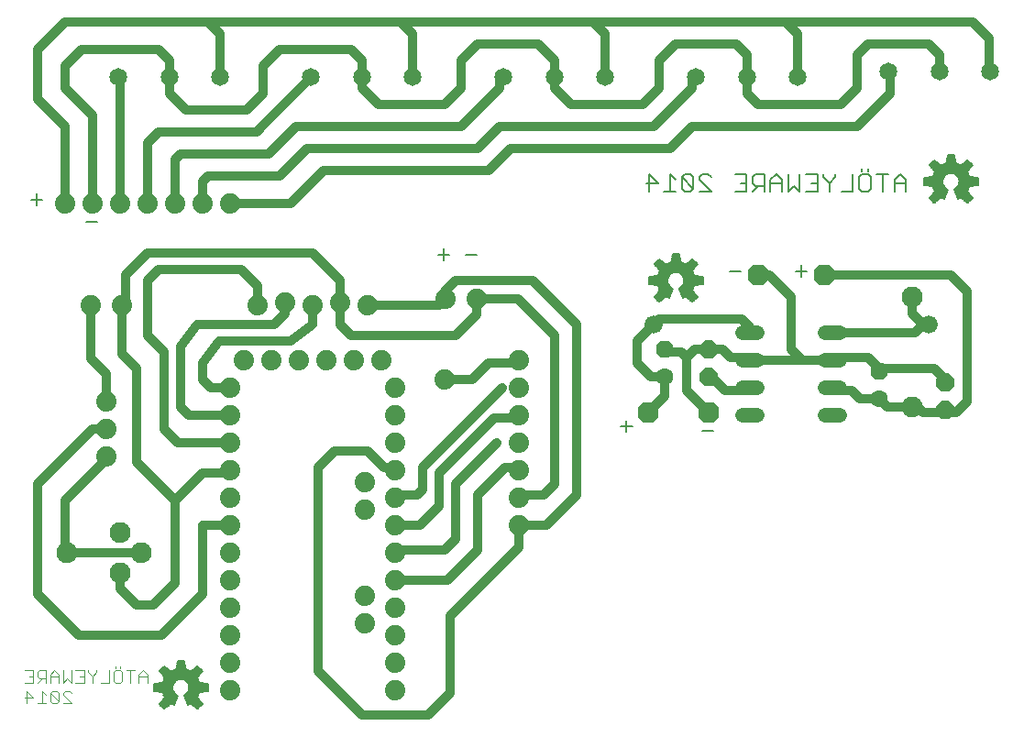
<source format=gbl>
G75*
%MOIN*%
%OFA0B0*%
%FSLAX24Y24*%
%IPPOS*%
%LPD*%
%AMOC8*
5,1,8,0,0,1.08239X$1,22.5*
%
%ADD10C,0.0040*%
%ADD11C,0.0060*%
%ADD12C,0.0740*%
%ADD13C,0.0760*%
%ADD14C,0.0059*%
%ADD15C,0.0650*%
%ADD16C,0.0520*%
%ADD17OC8,0.0660*%
%ADD18C,0.0660*%
%ADD19OC8,0.0630*%
%ADD20C,0.0630*%
%ADD21OC8,0.0760*%
%ADD22C,0.0320*%
D10*
X001131Y004320D02*
X001131Y004780D01*
X001361Y004550D01*
X001055Y004550D01*
X001515Y004320D02*
X001822Y004320D01*
X001668Y004320D02*
X001668Y004780D01*
X001822Y004627D01*
X001975Y004704D02*
X002282Y004397D01*
X002206Y004320D01*
X002052Y004320D01*
X001975Y004397D01*
X001975Y004704D01*
X002052Y004780D01*
X002206Y004780D01*
X002282Y004704D01*
X002282Y004397D01*
X002436Y004320D02*
X002743Y004320D01*
X002436Y004627D01*
X002436Y004704D01*
X002512Y004780D01*
X002666Y004780D01*
X002743Y004704D01*
X002743Y005070D02*
X002589Y005223D01*
X002436Y005070D01*
X002436Y005530D01*
X002282Y005377D02*
X002129Y005530D01*
X001975Y005377D01*
X001975Y005070D01*
X001822Y005070D02*
X001822Y005530D01*
X001592Y005530D01*
X001515Y005454D01*
X001515Y005300D01*
X001592Y005223D01*
X001822Y005223D01*
X001668Y005223D02*
X001515Y005070D01*
X001361Y005070D02*
X001055Y005070D01*
X001208Y005300D02*
X001361Y005300D01*
X001361Y005530D02*
X001361Y005070D01*
X001361Y005530D02*
X001055Y005530D01*
X001975Y005300D02*
X002282Y005300D01*
X002282Y005377D02*
X002282Y005070D01*
X002743Y005070D02*
X002743Y005530D01*
X002896Y005530D02*
X003203Y005530D01*
X003203Y005070D01*
X002896Y005070D01*
X003050Y005300D02*
X003203Y005300D01*
X003357Y005454D02*
X003357Y005530D01*
X003357Y005454D02*
X003510Y005300D01*
X003510Y005070D01*
X003510Y005300D02*
X003663Y005454D01*
X003663Y005530D01*
X004124Y005530D02*
X004124Y005070D01*
X003817Y005070D01*
X004277Y005147D02*
X004277Y005454D01*
X004354Y005530D01*
X004507Y005530D01*
X004584Y005454D01*
X004584Y005147D01*
X004507Y005070D01*
X004354Y005070D01*
X004277Y005147D01*
X004354Y005607D02*
X004354Y005684D01*
X004507Y005684D02*
X004507Y005607D01*
X004738Y005530D02*
X005045Y005530D01*
X004891Y005530D02*
X004891Y005070D01*
X005198Y005070D02*
X005198Y005377D01*
X005352Y005530D01*
X005505Y005377D01*
X005505Y005070D01*
X005505Y005300D02*
X005198Y005300D01*
D11*
X016281Y020437D02*
X016281Y020864D01*
X016068Y020650D02*
X016495Y020650D01*
X017068Y020650D02*
X017495Y020650D01*
X023751Y022930D02*
X023751Y023571D01*
X024071Y023250D01*
X023644Y023250D01*
X024289Y022930D02*
X024716Y022930D01*
X024502Y022930D02*
X024502Y023571D01*
X024716Y023357D01*
X024933Y023464D02*
X024933Y023037D01*
X025040Y022930D01*
X025254Y022930D01*
X025360Y023037D01*
X024933Y023464D01*
X025040Y023571D01*
X025254Y023571D01*
X025360Y023464D01*
X025360Y023037D01*
X025578Y022930D02*
X026005Y022930D01*
X025578Y023357D01*
X025578Y023464D01*
X025685Y023571D01*
X025898Y023571D01*
X026005Y023464D01*
X026867Y023571D02*
X027294Y023571D01*
X027294Y022930D01*
X026867Y022930D01*
X027081Y023250D02*
X027294Y023250D01*
X027512Y023250D02*
X027512Y023464D01*
X027618Y023571D01*
X027939Y023571D01*
X027939Y022930D01*
X027939Y023144D02*
X027618Y023144D01*
X027512Y023250D01*
X027725Y023144D02*
X027512Y022930D01*
X028156Y022930D02*
X028156Y023357D01*
X028370Y023571D01*
X028583Y023357D01*
X028583Y022930D01*
X028801Y022930D02*
X029014Y023144D01*
X029228Y022930D01*
X029228Y023571D01*
X029445Y023571D02*
X029872Y023571D01*
X029872Y022930D01*
X029445Y022930D01*
X029659Y023250D02*
X029872Y023250D01*
X030090Y023464D02*
X030090Y023571D01*
X030090Y023464D02*
X030303Y023250D01*
X030303Y022930D01*
X030303Y023250D02*
X030517Y023464D01*
X030517Y023571D01*
X031161Y023571D02*
X031161Y022930D01*
X030734Y022930D01*
X031379Y023037D02*
X031379Y023464D01*
X031486Y023571D01*
X031699Y023571D01*
X031806Y023464D01*
X031806Y023037D01*
X031699Y022930D01*
X031486Y022930D01*
X031379Y023037D01*
X031486Y023677D02*
X031486Y023784D01*
X031699Y023784D02*
X031699Y023677D01*
X032023Y023571D02*
X032450Y023571D01*
X032237Y023571D02*
X032237Y022930D01*
X032668Y022930D02*
X032668Y023357D01*
X032881Y023571D01*
X033095Y023357D01*
X033095Y022930D01*
X033095Y023250D02*
X032668Y023250D01*
X029495Y020050D02*
X029068Y020050D01*
X029281Y020264D02*
X029281Y019837D01*
X027095Y020050D02*
X026668Y020050D01*
X028801Y022930D02*
X028801Y023571D01*
X028583Y023250D02*
X028156Y023250D01*
X022931Y014614D02*
X022931Y014187D01*
X023145Y014400D02*
X022718Y014400D01*
X025668Y014250D02*
X026095Y014250D01*
X003695Y021850D02*
X003268Y021850D01*
X001695Y022650D02*
X001268Y022650D01*
X001481Y022864D02*
X001481Y022437D01*
D12*
X002525Y022500D03*
X003525Y022500D03*
X004525Y022500D03*
X005525Y022500D03*
X006525Y022500D03*
X007525Y022500D03*
X008525Y022500D03*
X010525Y018900D03*
X009525Y018800D03*
X011525Y018800D03*
X012525Y018900D03*
X013525Y018800D03*
X013025Y016800D03*
X012025Y016800D03*
X011025Y016800D03*
X010025Y016800D03*
X009025Y016800D03*
X008525Y015800D03*
X008525Y014800D03*
X008525Y013800D03*
X008525Y012800D03*
X008525Y011800D03*
X008525Y010800D03*
X008525Y009800D03*
X008525Y008800D03*
X008525Y007800D03*
X008525Y006800D03*
X008525Y005800D03*
X008525Y004800D03*
X013400Y007238D03*
X014525Y006800D03*
X014525Y005800D03*
X014525Y004800D03*
X014525Y007800D03*
X014525Y008800D03*
X013400Y008238D03*
X014525Y009800D03*
X014525Y010800D03*
X014525Y011800D03*
X013400Y011363D03*
X013400Y012363D03*
X014525Y012800D03*
X014525Y013800D03*
X014525Y014800D03*
X014525Y015800D03*
X014025Y016800D03*
X016325Y016100D03*
X019025Y015800D03*
X019025Y014800D03*
X019025Y013800D03*
X019025Y012800D03*
X019025Y011800D03*
X019025Y010800D03*
X019025Y016800D03*
X017495Y019050D03*
X016355Y019050D03*
X004595Y018800D03*
X003455Y018800D03*
X004025Y015300D03*
X004025Y014300D03*
X004025Y013300D03*
D13*
X004509Y010528D03*
X005297Y009800D03*
X004509Y009072D03*
X002580Y009800D03*
X033325Y015100D03*
X033325Y019100D03*
D14*
X034119Y022524D02*
X034366Y022726D01*
X034466Y022675D01*
X034607Y023016D01*
X034554Y023044D01*
X034507Y023082D01*
X034469Y023129D01*
X034441Y023182D01*
X034423Y023240D01*
X034417Y023300D01*
X034424Y023363D01*
X034443Y023423D01*
X034474Y023478D01*
X034516Y023525D01*
X034566Y023563D01*
X034623Y023590D01*
X034685Y023605D01*
X034748Y023607D01*
X034810Y023596D01*
X034869Y023572D01*
X034921Y023537D01*
X034965Y023492D01*
X035000Y023439D01*
X035022Y023380D01*
X035032Y023317D01*
X035029Y023254D01*
X035013Y023193D01*
X034985Y023136D01*
X034947Y023087D01*
X034898Y023046D01*
X034843Y023016D01*
X034984Y022675D01*
X035084Y022726D01*
X035331Y022524D01*
X035501Y022694D01*
X035299Y022941D01*
X035350Y023041D01*
X035384Y023148D01*
X035702Y023180D01*
X035702Y023420D01*
X035384Y023452D01*
X035350Y023559D01*
X035299Y023659D01*
X035501Y023906D01*
X035331Y024076D01*
X035084Y023874D01*
X034984Y023925D01*
X034877Y023959D01*
X034845Y024277D01*
X034605Y024277D01*
X034573Y023959D01*
X034466Y023925D01*
X034366Y023874D01*
X034119Y024076D01*
X033949Y023906D01*
X034151Y023659D01*
X034100Y023559D01*
X034066Y023452D01*
X033748Y023420D01*
X033748Y023180D01*
X034066Y023148D01*
X034100Y023041D01*
X034151Y022941D01*
X033949Y022694D01*
X034119Y022524D01*
X034093Y022551D02*
X034151Y022551D01*
X034222Y022608D02*
X034035Y022608D01*
X033977Y022666D02*
X034293Y022666D01*
X034363Y022723D02*
X033973Y022723D01*
X034020Y022781D02*
X034510Y022781D01*
X034486Y022723D02*
X034372Y022723D01*
X034534Y022839D02*
X034067Y022839D01*
X034114Y022896D02*
X034558Y022896D01*
X034582Y022954D02*
X034145Y022954D01*
X034115Y023011D02*
X034605Y023011D01*
X034524Y023069D02*
X034091Y023069D01*
X034073Y023126D02*
X034471Y023126D01*
X034440Y023184D02*
X033748Y023184D01*
X033748Y023241D02*
X034423Y023241D01*
X034417Y023299D02*
X033748Y023299D01*
X033748Y023357D02*
X034423Y023357D01*
X034440Y023414D02*
X033748Y023414D01*
X034072Y023472D02*
X034471Y023472D01*
X034521Y023529D02*
X034090Y023529D01*
X034114Y023587D02*
X034616Y023587D01*
X034832Y023587D02*
X035336Y023587D01*
X035360Y023529D02*
X034929Y023529D01*
X034978Y023472D02*
X035378Y023472D01*
X035306Y023644D02*
X034144Y023644D01*
X034116Y023702D02*
X035334Y023702D01*
X035381Y023759D02*
X034069Y023759D01*
X034022Y023817D02*
X035428Y023817D01*
X035475Y023875D02*
X035084Y023875D01*
X035082Y023875D02*
X034368Y023875D01*
X034366Y023875D02*
X033975Y023875D01*
X033976Y023932D02*
X034295Y023932D01*
X034224Y023990D02*
X034033Y023990D01*
X034091Y024047D02*
X034154Y024047D01*
X034488Y023932D02*
X034962Y023932D01*
X034874Y023990D02*
X034576Y023990D01*
X034582Y024047D02*
X034868Y024047D01*
X034862Y024105D02*
X034588Y024105D01*
X034593Y024162D02*
X034857Y024162D01*
X034851Y024220D02*
X034599Y024220D01*
X035155Y023932D02*
X035474Y023932D01*
X035417Y023990D02*
X035226Y023990D01*
X035296Y024047D02*
X035359Y024047D01*
X035702Y023414D02*
X035009Y023414D01*
X035026Y023357D02*
X035702Y023357D01*
X035702Y023299D02*
X035031Y023299D01*
X035026Y023241D02*
X035702Y023241D01*
X035702Y023184D02*
X035009Y023184D01*
X034978Y023126D02*
X035377Y023126D01*
X035359Y023069D02*
X034925Y023069D01*
X034845Y023011D02*
X035335Y023011D01*
X035305Y022954D02*
X034868Y022954D01*
X034892Y022896D02*
X035336Y022896D01*
X035383Y022839D02*
X034916Y022839D01*
X034940Y022781D02*
X035430Y022781D01*
X035477Y022723D02*
X035087Y022723D01*
X035078Y022723D02*
X034964Y022723D01*
X035157Y022666D02*
X035473Y022666D01*
X035415Y022608D02*
X035228Y022608D01*
X035299Y022551D02*
X035357Y022551D01*
X025702Y019820D02*
X025702Y019580D01*
X025384Y019548D01*
X025350Y019441D01*
X025299Y019341D01*
X025501Y019094D01*
X025331Y018924D01*
X025084Y019126D01*
X024984Y019075D01*
X024843Y019416D01*
X024898Y019446D01*
X024947Y019487D01*
X024985Y019536D01*
X025013Y019593D01*
X025029Y019654D01*
X025032Y019717D01*
X025022Y019780D01*
X025000Y019839D01*
X024965Y019892D01*
X024921Y019937D01*
X024869Y019972D01*
X024810Y019996D01*
X024748Y020007D01*
X024685Y020005D01*
X024623Y019990D01*
X024566Y019963D01*
X024516Y019925D01*
X024474Y019878D01*
X024443Y019823D01*
X024424Y019763D01*
X024417Y019700D01*
X024423Y019640D01*
X024441Y019582D01*
X024469Y019529D01*
X024507Y019482D01*
X024554Y019444D01*
X024607Y019416D01*
X024466Y019075D01*
X024366Y019126D01*
X024119Y018924D01*
X023949Y019094D01*
X024151Y019341D01*
X024100Y019441D01*
X024066Y019548D01*
X023748Y019580D01*
X023748Y019820D01*
X024066Y019852D01*
X024100Y019959D01*
X024151Y020059D01*
X023949Y020306D01*
X024119Y020476D01*
X024366Y020274D01*
X024466Y020325D01*
X024573Y020359D01*
X024605Y020677D01*
X024845Y020677D01*
X024877Y020359D01*
X024984Y020325D01*
X025084Y020274D01*
X025331Y020476D01*
X025501Y020306D01*
X025299Y020059D01*
X025350Y019959D01*
X025384Y019852D01*
X025702Y019820D01*
X025702Y019788D02*
X025019Y019788D01*
X025030Y019731D02*
X025702Y019731D01*
X025702Y019673D02*
X025030Y019673D01*
X025019Y019616D02*
X025702Y019616D01*
X025484Y019558D02*
X024996Y019558D01*
X024957Y019500D02*
X025369Y019500D01*
X025351Y019443D02*
X024893Y019443D01*
X024855Y019385D02*
X025321Y019385D01*
X025310Y019328D02*
X024879Y019328D01*
X024903Y019270D02*
X025357Y019270D01*
X025404Y019213D02*
X024927Y019213D01*
X024951Y019155D02*
X025451Y019155D01*
X025498Y019098D02*
X025119Y019098D01*
X025028Y019098D02*
X024975Y019098D01*
X025189Y019040D02*
X025447Y019040D01*
X025389Y018982D02*
X025260Y018982D01*
X025330Y018925D02*
X025331Y018925D01*
X024547Y019270D02*
X024093Y019270D01*
X024046Y019213D02*
X024523Y019213D01*
X024499Y019155D02*
X023999Y019155D01*
X023952Y019098D02*
X024331Y019098D01*
X024422Y019098D02*
X024475Y019098D01*
X024261Y019040D02*
X024003Y019040D01*
X024061Y018982D02*
X024190Y018982D01*
X024120Y018925D02*
X024119Y018925D01*
X024140Y019328D02*
X024571Y019328D01*
X024595Y019385D02*
X024129Y019385D01*
X024099Y019443D02*
X024557Y019443D01*
X024493Y019500D02*
X024081Y019500D01*
X023966Y019558D02*
X024454Y019558D01*
X024431Y019616D02*
X023748Y019616D01*
X023748Y019673D02*
X024420Y019673D01*
X024421Y019731D02*
X023748Y019731D01*
X023748Y019788D02*
X024432Y019788D01*
X024456Y019846D02*
X024002Y019846D01*
X024082Y019903D02*
X024496Y019903D01*
X024563Y019961D02*
X024101Y019961D01*
X024130Y020018D02*
X025320Y020018D01*
X025313Y020076D02*
X024137Y020076D01*
X024090Y020134D02*
X025360Y020134D01*
X025407Y020191D02*
X024043Y020191D01*
X023996Y020249D02*
X025454Y020249D01*
X025500Y020306D02*
X025123Y020306D01*
X025194Y020364D02*
X025443Y020364D01*
X025385Y020421D02*
X025264Y020421D01*
X025021Y020306D02*
X024429Y020306D01*
X024327Y020306D02*
X023950Y020306D01*
X024007Y020364D02*
X024256Y020364D01*
X024186Y020421D02*
X024065Y020421D01*
X024573Y020364D02*
X024877Y020364D01*
X024871Y020421D02*
X024579Y020421D01*
X024585Y020479D02*
X024865Y020479D01*
X024859Y020536D02*
X024591Y020536D01*
X024597Y020594D02*
X024853Y020594D01*
X024848Y020651D02*
X024602Y020651D01*
X024885Y019961D02*
X025349Y019961D01*
X025368Y019903D02*
X024954Y019903D01*
X024995Y019846D02*
X025448Y019846D01*
X007501Y005506D02*
X007331Y005676D01*
X007084Y005474D01*
X006984Y005525D01*
X006877Y005559D01*
X006845Y005877D01*
X006605Y005877D01*
X006573Y005559D01*
X006466Y005525D01*
X006366Y005474D01*
X006119Y005676D01*
X005949Y005506D01*
X006151Y005259D01*
X006100Y005159D01*
X006066Y005052D01*
X005748Y005020D01*
X005748Y004780D01*
X006066Y004748D01*
X006100Y004641D01*
X006151Y004541D01*
X005949Y004294D01*
X006119Y004124D01*
X006366Y004326D01*
X006466Y004275D01*
X006607Y004616D01*
X006554Y004644D01*
X006507Y004682D01*
X006469Y004729D01*
X006441Y004782D01*
X006423Y004840D01*
X006417Y004900D01*
X006424Y004963D01*
X006443Y005023D01*
X006474Y005078D01*
X006516Y005125D01*
X006566Y005163D01*
X006623Y005190D01*
X006685Y005205D01*
X006748Y005207D01*
X006810Y005196D01*
X006869Y005172D01*
X006921Y005137D01*
X006965Y005092D01*
X007000Y005039D01*
X007022Y004980D01*
X007032Y004917D01*
X007029Y004854D01*
X007013Y004793D01*
X006985Y004736D01*
X006947Y004687D01*
X006898Y004646D01*
X006843Y004616D01*
X006984Y004275D01*
X007084Y004326D01*
X007331Y004124D01*
X007501Y004294D01*
X007299Y004541D01*
X007350Y004641D01*
X007384Y004748D01*
X007702Y004780D01*
X007702Y005020D01*
X007384Y005052D01*
X007350Y005159D01*
X007299Y005259D01*
X007501Y005506D01*
X007492Y005514D02*
X007133Y005514D01*
X007204Y005572D02*
X007435Y005572D01*
X007377Y005630D02*
X007275Y005630D01*
X007461Y005457D02*
X005989Y005457D01*
X005958Y005514D02*
X006317Y005514D01*
X006246Y005572D02*
X006015Y005572D01*
X006073Y005630D02*
X006175Y005630D01*
X006036Y005399D02*
X007414Y005399D01*
X007367Y005342D02*
X006083Y005342D01*
X006130Y005284D02*
X007320Y005284D01*
X007315Y005227D02*
X006135Y005227D01*
X006105Y005169D02*
X006578Y005169D01*
X006504Y005112D02*
X006085Y005112D01*
X006066Y005054D02*
X006461Y005054D01*
X006435Y004996D02*
X005748Y004996D01*
X005748Y004939D02*
X006421Y004939D01*
X006419Y004881D02*
X005748Y004881D01*
X005748Y004824D02*
X006428Y004824D01*
X006449Y004766D02*
X005884Y004766D01*
X006078Y004709D02*
X006486Y004709D01*
X006546Y004651D02*
X006097Y004651D01*
X006124Y004594D02*
X006598Y004594D01*
X006574Y004536D02*
X006147Y004536D01*
X006100Y004478D02*
X006550Y004478D01*
X006527Y004421D02*
X006053Y004421D01*
X006006Y004363D02*
X006503Y004363D01*
X006479Y004306D02*
X006406Y004306D01*
X006341Y004306D02*
X005959Y004306D01*
X005995Y004248D02*
X006271Y004248D01*
X006200Y004191D02*
X006053Y004191D01*
X006110Y004133D02*
X006130Y004133D01*
X006852Y004594D02*
X007326Y004594D01*
X007303Y004536D02*
X006876Y004536D01*
X006900Y004478D02*
X007350Y004478D01*
X007397Y004421D02*
X006923Y004421D01*
X006947Y004363D02*
X007444Y004363D01*
X007491Y004306D02*
X007109Y004306D01*
X007044Y004306D02*
X006971Y004306D01*
X007179Y004248D02*
X007455Y004248D01*
X007397Y004191D02*
X007250Y004191D01*
X007320Y004133D02*
X007340Y004133D01*
X007353Y004651D02*
X006904Y004651D01*
X006964Y004709D02*
X007372Y004709D01*
X007566Y004766D02*
X007000Y004766D01*
X007021Y004824D02*
X007702Y004824D01*
X007702Y004881D02*
X007030Y004881D01*
X007029Y004939D02*
X007702Y004939D01*
X007702Y004996D02*
X007016Y004996D01*
X006990Y005054D02*
X007384Y005054D01*
X007365Y005112D02*
X006946Y005112D01*
X006873Y005169D02*
X007345Y005169D01*
X007005Y005514D02*
X006445Y005514D01*
X006574Y005572D02*
X006876Y005572D01*
X006870Y005630D02*
X006580Y005630D01*
X006586Y005687D02*
X006864Y005687D01*
X006858Y005745D02*
X006592Y005745D01*
X006597Y005802D02*
X006853Y005802D01*
X006847Y005860D02*
X006603Y005860D01*
D15*
X006325Y027092D03*
X004463Y027092D03*
X008164Y027096D03*
X011463Y027092D03*
X013325Y027092D03*
X015164Y027096D03*
X018463Y027092D03*
X020325Y027092D03*
X022164Y027096D03*
X025463Y027092D03*
X027325Y027092D03*
X029164Y027096D03*
X032463Y027292D03*
X034325Y027292D03*
X036164Y027296D03*
D16*
X030685Y017800D02*
X030165Y017800D01*
X030165Y016800D02*
X030685Y016800D01*
X030685Y015800D02*
X030165Y015800D01*
X030165Y014800D02*
X030685Y014800D01*
X027685Y014800D02*
X027165Y014800D01*
X027165Y015800D02*
X027685Y015800D01*
X027685Y016800D02*
X027165Y016800D01*
X027165Y017800D02*
X027685Y017800D01*
D17*
X025925Y017200D03*
X025925Y016200D03*
X034525Y016000D03*
X034525Y015000D03*
D18*
X033925Y018100D03*
X023925Y018100D03*
D19*
X024325Y017200D03*
X032125Y016400D03*
D20*
X032125Y015400D03*
X024325Y016200D03*
D21*
X023725Y014900D03*
X025925Y014900D03*
X027725Y019900D03*
X030125Y019900D03*
D22*
X034725Y019900D01*
X035325Y019300D01*
X035325Y015300D01*
X034925Y014900D01*
X034625Y014900D01*
X034525Y015000D01*
X034425Y014900D01*
X033725Y014900D01*
X033525Y015100D01*
X033325Y015100D01*
X032425Y015100D01*
X032125Y015400D01*
X031425Y015400D01*
X031125Y015700D01*
X030525Y015700D01*
X030425Y015800D01*
X030425Y016800D02*
X029325Y016800D01*
X028925Y017200D01*
X028925Y019100D01*
X028125Y019900D01*
X027725Y019900D01*
X027125Y018300D02*
X024125Y018300D01*
X023925Y018100D01*
X023325Y017500D01*
X023325Y016700D01*
X023825Y016200D01*
X024325Y016200D01*
X024325Y015500D01*
X023725Y014900D01*
X025125Y015700D02*
X025125Y016900D01*
X025425Y017200D01*
X025925Y017200D01*
X026425Y017200D01*
X026725Y016900D01*
X027325Y016900D01*
X027425Y016800D01*
X029325Y016800D01*
X030425Y016800D02*
X030525Y016900D01*
X031725Y016900D01*
X032125Y016500D01*
X032125Y016400D01*
X032225Y016500D01*
X034125Y016500D01*
X034525Y016100D01*
X034525Y016000D01*
X033425Y017800D02*
X033725Y018100D01*
X033325Y018500D01*
X033325Y019100D01*
X033725Y018100D02*
X033925Y018100D01*
X033425Y017800D02*
X030425Y017800D01*
X027425Y017800D02*
X027425Y018000D01*
X027125Y018300D01*
X025125Y016900D02*
X024925Y017100D01*
X024425Y017100D01*
X024325Y017200D01*
X025125Y015700D02*
X025925Y014900D01*
X026525Y015700D02*
X027325Y015700D01*
X027425Y015800D01*
X026525Y015700D02*
X026025Y016200D01*
X025925Y016200D01*
X021125Y018100D02*
X021125Y011900D01*
X020025Y010800D01*
X019025Y010800D01*
X019025Y010000D01*
X016525Y007500D01*
X016525Y004700D01*
X015725Y003900D01*
X013325Y003900D01*
X011725Y005500D01*
X011725Y012900D01*
X012325Y013500D01*
X013525Y013500D01*
X014125Y012900D01*
X014425Y012900D01*
X014525Y012800D01*
X014625Y011900D02*
X014525Y011800D01*
X014625Y011900D02*
X015325Y011900D01*
X015525Y012100D01*
X015525Y012900D01*
X018425Y015800D01*
X017925Y016700D02*
X018925Y016700D01*
X017925Y016700D02*
X017325Y016100D01*
X016325Y016100D01*
X016725Y017700D02*
X017495Y018470D01*
X017495Y019050D01*
X018975Y019050D01*
X020325Y017700D01*
X020325Y012300D01*
X019925Y011900D01*
X019125Y011900D01*
X018925Y012900D02*
X018525Y012900D01*
X017525Y011900D01*
X017525Y009900D01*
X016425Y008800D01*
X014525Y008800D01*
X014525Y009800D02*
X014625Y009900D01*
X016325Y009900D01*
X016725Y010300D01*
X016725Y012300D01*
X018225Y013800D01*
X018125Y014700D02*
X018925Y014700D01*
X018125Y014700D02*
X016125Y012700D01*
X016125Y011500D01*
X015425Y010800D01*
X014525Y010800D01*
X008525Y010800D02*
X007525Y010800D01*
X007525Y008300D01*
X006025Y006800D01*
X003025Y006800D01*
X001525Y008300D01*
X001525Y012300D01*
X003525Y014300D01*
X004025Y014300D01*
X004025Y013300D02*
X004025Y013200D01*
X002525Y011700D01*
X002525Y009855D01*
X002580Y009800D01*
X005297Y009800D01*
X004509Y009072D02*
X004509Y008516D01*
X005125Y007900D01*
X005725Y007900D01*
X006525Y008700D01*
X006525Y011700D01*
X005125Y013100D01*
X005125Y016500D01*
X004595Y017030D01*
X004595Y018800D01*
X004725Y018930D01*
X004725Y019900D01*
X005525Y020700D01*
X011525Y020700D01*
X012525Y019700D01*
X012525Y018900D01*
X012525Y018100D01*
X012925Y017700D01*
X016725Y017700D01*
X016105Y018800D02*
X013525Y018800D01*
X011525Y018800D02*
X011525Y018100D01*
X010725Y017500D01*
X008125Y017500D01*
X007525Y016700D01*
X007525Y016100D01*
X007825Y015800D01*
X008525Y015800D01*
X008525Y014800D02*
X007025Y014800D01*
X006725Y015100D01*
X006725Y017300D01*
X007325Y018100D01*
X010125Y018100D01*
X010525Y018500D01*
X010525Y018900D01*
X009525Y018800D02*
X009525Y019500D01*
X008925Y020100D01*
X005925Y020100D01*
X005525Y019700D01*
X005525Y017700D01*
X006125Y017100D01*
X006125Y014300D01*
X006625Y013800D01*
X008525Y013800D01*
X008525Y012800D02*
X008425Y012700D01*
X007525Y012700D01*
X006525Y011700D01*
X004025Y015300D02*
X004025Y016300D01*
X003455Y016870D01*
X003455Y018800D01*
X003525Y022500D02*
X003525Y025700D01*
X002525Y026700D01*
X002525Y027500D01*
X003125Y028100D01*
X005925Y028100D01*
X006325Y027700D01*
X006325Y027092D01*
X006325Y026500D01*
X006925Y025900D01*
X009125Y025900D01*
X009725Y026500D01*
X009725Y027500D01*
X010325Y028100D01*
X012925Y028100D01*
X013325Y027700D01*
X013325Y027092D01*
X013325Y026700D01*
X013925Y026100D01*
X016325Y026100D01*
X016925Y026700D01*
X016925Y027700D01*
X017525Y028300D01*
X019725Y028300D01*
X020325Y027700D01*
X020325Y027092D01*
X020325Y026700D01*
X020925Y026100D01*
X023525Y026100D01*
X024125Y026700D01*
X024125Y027700D01*
X024725Y028300D01*
X026925Y028300D01*
X027325Y027900D01*
X027325Y027092D01*
X027325Y026500D01*
X027725Y026100D01*
X030725Y026100D01*
X031325Y026700D01*
X031325Y027900D01*
X031725Y028300D01*
X033925Y028300D01*
X034325Y027900D01*
X034325Y027292D01*
X036125Y027335D02*
X036125Y028500D01*
X035525Y029100D01*
X028725Y029100D01*
X029164Y028661D01*
X029164Y027096D01*
X028725Y029100D02*
X021725Y029100D01*
X022164Y028661D01*
X022164Y027096D01*
X021725Y029100D02*
X014725Y029100D01*
X015164Y028661D01*
X015164Y027096D01*
X014725Y029100D02*
X007725Y029100D01*
X002525Y029100D01*
X001525Y028100D01*
X001525Y026300D01*
X002525Y025300D01*
X002525Y022500D01*
X004525Y022500D02*
X004525Y027030D01*
X004463Y027092D01*
X005925Y025100D02*
X009471Y025100D01*
X011463Y027092D01*
X010925Y025300D02*
X016925Y025300D01*
X018325Y026700D01*
X018325Y026954D01*
X018463Y027092D01*
X018325Y025300D02*
X023925Y025300D01*
X025325Y026700D01*
X025325Y026954D01*
X025463Y027092D01*
X025325Y025300D02*
X031325Y025300D01*
X032525Y026500D01*
X032525Y027230D01*
X032463Y027292D01*
X036125Y027335D02*
X036164Y027296D01*
X025325Y025300D02*
X024525Y024500D01*
X018725Y024500D01*
X017925Y023700D01*
X011925Y023700D01*
X010725Y022500D01*
X008525Y022500D01*
X007525Y022500D02*
X007525Y023300D01*
X007725Y023500D01*
X010325Y023500D01*
X011325Y024500D01*
X017525Y024500D01*
X018325Y025300D01*
X019525Y019700D02*
X016725Y019700D01*
X016325Y019300D01*
X016325Y019080D01*
X016355Y019050D01*
X016105Y018800D01*
X019525Y019700D02*
X021125Y018100D01*
X010925Y025300D02*
X009925Y024300D01*
X006725Y024300D01*
X006525Y024100D01*
X006525Y022500D01*
X005525Y022500D02*
X005525Y024700D01*
X005925Y025100D01*
X008164Y027096D02*
X008164Y028661D01*
X007725Y029100D01*
M02*

</source>
